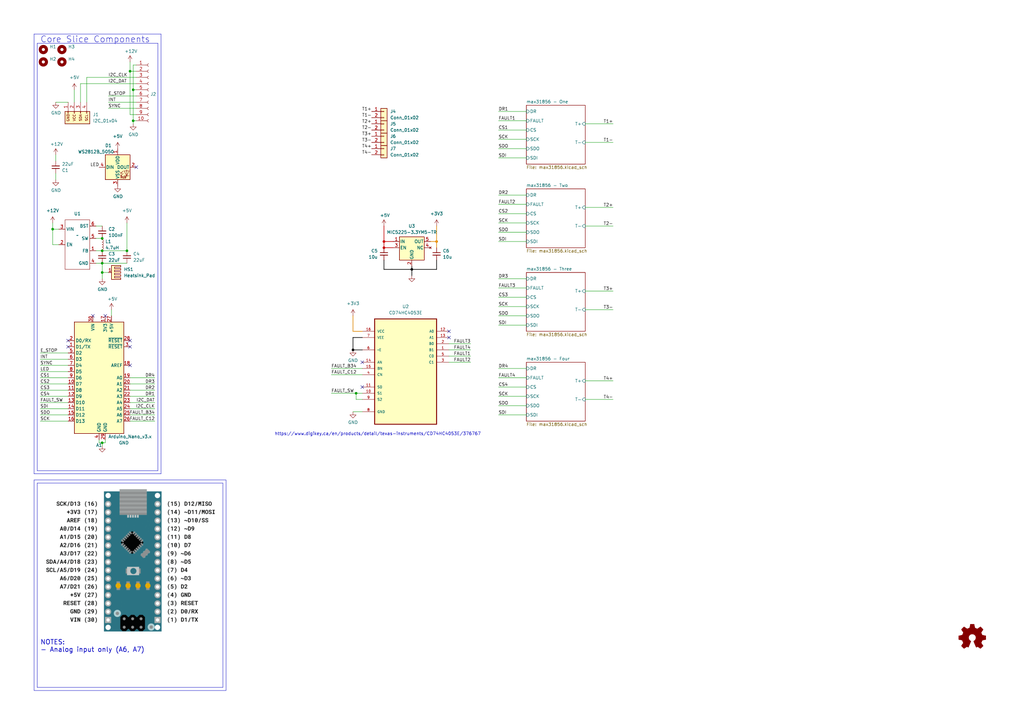
<source format=kicad_sch>
(kicad_sch (version 20231120) (generator "eeschema") (generator_version "8.0")
  (paper "A3")
  (lib_symbols
    (symbol "Connector:Conn_01x10_Female" (pin_names (offset 1.016) hide)
      (property "Reference" "J" (at 0 12.7 0))
      (property "Value" "Conn_01x10_Female" (at 0 -15.24 0))
      (symbol "Conn_01x10_Female_1_1"
        (arc (start 0 -12.192) (mid -0.5058 -12.7) (end 0 -13.208) (stroke (width 0.1524)))
        (arc (start 0 -9.652) (mid -0.5058 -10.16) (end 0 -10.668) (stroke (width 0.1524)))
        (arc (start 0 -7.112) (mid -0.5058 -7.62) (end 0 -8.128) (stroke (width 0.1524)))
        (arc (start 0 -4.572) (mid -0.5058 -5.08) (end 0 -5.588) (stroke (width 0.1524)))
        (arc (start 0 -2.032) (mid -0.5058 -2.54) (end 0 -3.048) (stroke (width 0.1524)))
        (polyline (pts (xy -1.27 -12.7) (xy -0.508 -12.7)) (stroke (width 0.1524)))
        (polyline (pts (xy -1.27 -10.16) (xy -0.508 -10.16)) (stroke (width 0.1524)))
        (polyline (pts (xy -1.27 -7.62) (xy -0.508 -7.62)) (stroke (width 0.1524)))
        (polyline (pts (xy -1.27 -5.08) (xy -0.508 -5.08)) (stroke (width 0.1524)))
        (polyline (pts (xy -1.27 -2.54) (xy -0.508 -2.54)) (stroke (width 0.1524)))
        (polyline (pts (xy -1.27 0) (xy -0.508 0)) (stroke (width 0.1524)))
        (polyline (pts (xy -1.27 2.54) (xy -0.508 2.54)) (stroke (width 0.1524)))
        (polyline (pts (xy -1.27 5.08) (xy -0.508 5.08)) (stroke (width 0.1524)))
        (polyline (pts (xy -1.27 7.62) (xy -0.508 7.62)) (stroke (width 0.1524)))
        (polyline (pts (xy -1.27 10.16) (xy -0.508 10.16)) (stroke (width 0.1524)))
        (arc (start 0 0.508) (mid -0.5058 0) (end 0 -0.508) (stroke (width 0.1524)))
        (arc (start 0 3.048) (mid -0.5058 2.54) (end 0 2.032) (stroke (width 0.1524)))
        (arc (start 0 5.588) (mid -0.5058 5.08) (end 0 4.572) (stroke (width 0.1524)))
        (arc (start 0 8.128) (mid -0.5058 7.62) (end 0 7.112) (stroke (width 0.1524)))
        (arc (start 0 10.668) (mid -0.5058 10.16) (end 0 9.652) (stroke (width 0.1524)))
        (pin passive line (at -5.08 10.16 0) (length 3.81) (name "Pin_1") (number "1"))
        (pin passive line (at -5.08 -12.7 0) (length 3.81) (name "Pin_10") (number "10"))
        (pin passive line (at -5.08 7.62 0) (length 3.81) (name "Pin_2") (number "2"))
        (pin passive line (at -5.08 5.08 0) (length 3.81) (name "Pin_3") (number "3"))
        (pin passive line (at -5.08 2.54 0) (length 3.81) (name "Pin_4") (number "4"))
        (pin passive line (at -5.08 0 0) (length 3.81) (name "Pin_5") (number "5"))
        (pin passive line (at -5.08 -2.54 0) (length 3.81) (name "Pin_6") (number "6"))
        (pin passive line (at -5.08 -5.08 0) (length 3.81) (name "Pin_7") (number "7"))
        (pin passive line (at -5.08 -7.62 0) (length 3.81) (name "Pin_8") (number "8"))
        (pin passive line (at -5.08 -10.16 0) (length 3.81) (name "Pin_9") (number "9"))
      )
    )
    (symbol "Connector_Generic:Conn_01x02" (pin_names (offset 1.016) hide)
      (property "Reference" "J" (at 0 2.54 0))
      (property "Value" "Conn_01x02" (at 0 -5.08 0))
      (symbol "Conn_01x02_1_1"
        (rectangle (start -1.27 -2.413) (end 0 -2.667) (stroke (width 0.1524)))
        (rectangle (start -1.27 0.127) (end 0 -0.127) (stroke (width 0.1524)))
        (rectangle (start -1.27 1.27) (end 1.27 -3.81) (stroke (width 0.254)) (fill (type background)))
        (pin passive line (at -5.08 0 0) (length 3.81) (name "Pin_1") (number "1"))
        (pin passive line (at -5.08 -2.54 0) (length 3.81) (name "Pin_2") (number "2"))
      )
    )
    (symbol "Device:C_Small" (pin_numbers hide) (pin_names (offset 0.254) hide)
      (property "Reference" "C" (at 0.254 1.778 0))
      (property "Value" "C_Small" (at 0.254 -2.032 0))
      (symbol "C_Small_0_1"
        (polyline (pts (xy -1.524 -0.508) (xy 1.524 -0.508)) (stroke (width 0.3302)))
        (polyline (pts (xy -1.524 0.508) (xy 1.524 0.508)) (stroke (width 0.3048)))
      )
      (symbol "C_Small_1_1"
        (pin passive line (at 0 2.54 270) (length 2.032) (name "~") (number "1"))
        (pin passive line (at 0 -2.54 90) (length 2.032) (name "~") (number "2"))
      )
    )
    (symbol "Device:L_Small" (pin_numbers hide) (pin_names (offset 0.254) hide)
      (property "Reference" "L" (at 0.762 1.016 0))
      (property "Value" "L_Small" (at 0.762 -1.016 0))
      (symbol "L_Small_0_1"
        (arc (start 0 -2.032) (mid 0.5058 -1.524) (end 0 -1.016))
        (arc (start 0 -1.016) (mid 0.5058 -0.508) (end 0 0))
        (arc (start 0 0) (mid 0.5058 0.508) (end 0 1.016))
        (arc (start 0 1.016) (mid 0.5058 1.524) (end 0 2.032))
      )
      (symbol "L_Small_1_1"
        (pin passive line (at 0 2.54 270) (length 0.508) (name "~") (number "1"))
        (pin passive line (at 0 -2.54 90) (length 0.508) (name "~") (number "2"))
      )
    )
    (symbol "Graphic:Logo_Open_Hardware_Small" (in_bom no) (on_board no)
      (symbol "Logo_Open_Hardware_Small_0_1"
        (polyline (pts (xy 3.3528 -4.3434) (xy 3.302 -4.318) (xy 3.175 -4.2418) (xy 2.9972 -4.1148) (xy 2.7686 -3.9624) (xy 2.54 -3.81) (xy 2.3622 -3.7084) (xy 2.2352 -3.6068) (xy 2.1844 -3.5814) (xy 2.159 -3.6068) (xy 2.0574 -3.6576) (xy 1.905 -3.7338) (xy 1.8034 -3.7846) (xy 1.6764 -3.8354) (xy 1.6002 -3.8354) (xy 1.6002 -3.8354) (xy 1.5494 -3.7338) (xy 1.4732 -3.5306) (xy 1.3462 -3.302) (xy 1.2446 -3.0226) (xy 1.1176 -2.7178) (xy 0.9652 -2.413) (xy 0.8636 -2.1082) (xy 0.7366 -1.8288) (xy 0.6604 -1.6256) (xy 0.6096 -1.4732) (xy 0.5842 -1.397) (xy 0.5842 -1.397) (xy 0.6604 -1.3208) (xy 0.7874 -1.2446) (xy 1.0414 -1.016) (xy 1.2954 -0.6858) (xy 1.4478 -0.3302) (xy 1.524 0.0762) (xy 1.4732 0.4572) (xy 1.3208 0.8128) (xy 1.0668 1.143) (xy 0.762 1.3716) (xy 0.4064 1.524) (xy 0 1.5748) (xy -0.381 1.5494) (xy -0.7366 1.397) (xy -1.0668 1.143) (xy -1.2192 0.9906) (xy -1.397 0.6604) (xy -1.524 0.3048) (xy -1.524 0.2286) (xy -1.4986 -0.1778) (xy -1.397 -0.5334) (xy -1.1938 -0.8636) (xy -0.9144 -1.143) (xy -0.8636 -1.1684) (xy -0.7366 -1.27) (xy -0.635 -1.3462) (xy -0.5842 -1.397) (xy -1.0668 -2.5908) (xy -1.143 -2.794) (xy -1.2954 -3.1242) (xy -1.397 -3.4036) (xy -1.4986 -3.6322) (xy -1.5748 -3.7846) (xy -1.6002 -3.8354) (xy -1.6002 -3.8354) (xy -1.651 -3.8354) (xy -1.7272 -3.81) (xy -1.905 -3.7338) (xy -2.0066 -3.683) (xy -2.1336 -3.6068) (xy -2.2098 -3.5814) (xy -2.2606 -3.6068) (xy -2.3622 -3.683) (xy -2.54 -3.81) (xy -2.7686 -3.9624) (xy -2.9718 -4.0894) (xy -3.1496 -4.2164) (xy -3.302 -4.318) (xy -3.3528 -4.3434) (xy -3.3782 -4.3434) (xy -3.429 -4.318) (xy -3.5306 -4.2164) (xy -3.7084 -4.064) (xy -3.937 -3.8354) (xy -3.9624 -3.81) (xy -4.1656 -3.6068) (xy -4.318 -3.4544) (xy -4.4196 -3.3274) (xy -4.445 -3.2766) (xy -4.445 -3.2766) (xy -4.4196 -3.2258) (xy -4.318 -3.0734) (xy -4.2164 -2.8956) (xy -4.064 -2.667) (xy -3.6576 -2.0828) (xy -3.8862 -1.5494) (xy -3.937 -1.3716) (xy -4.0386 -1.1684) (xy -4.0894 -1.0414) (xy -4.1148 -0.9652) (xy -4.191 -0.9398) (xy -4.318 -0.9144) (xy -4.5466 -0.8636) (xy -4.8006 -0.8128) (xy -5.0546 -0.7874) (xy -5.2578 -0.7366) (xy -5.4356 -0.7112) (xy -5.5118 -0.6858) (xy -5.5118 -0.6858) (xy -5.5372 -0.635) (xy -5.5372 -0.5588) (xy -5.5372 -0.4318) (xy -5.5626 -0.2286) (xy -5.5626 0.0762) (xy -5.5626 0.127) (xy -5.5372 0.4064) (xy -5.5372 0.635) (xy -5.5372 0.762) (xy -5.5372 0.8382) (xy -5.5372 0.8382) (xy -5.461 0.8382) (xy -5.3086 0.889) (xy -5.08 0.9144) (xy -4.826 0.9652) (xy -4.8006 0.9906) (xy -4.5466 1.0414) (xy -4.318 1.0668) (xy -4.1656 1.1176) (xy -4.0894 1.143) (xy -4.0894 1.143) (xy -4.0386 1.2446) (xy -3.9624 1.4224) (xy -3.8608 1.6256) (xy -3.7846 1.8288) (xy -3.7084 2.0066) (xy -3.6576 2.159) (xy -3.6322 2.2098) (xy -3.6322 2.2098) (xy -3.683 2.286) (xy -3.7592 2.413) (xy -3.8862 2.5908) (xy -4.064 2.8194) (xy -4.064 2.8448) (xy -4.2164 3.0734) (xy -4.3434 3.2512) (xy -4.4196 3.3782) (xy -4.445 3.4544) (xy -4.445 3.4544) (xy -4.3942 3.5052) (xy -4.2926 3.6322) (xy -4.1148 3.81) (xy -3.937 4.0132) (xy -3.8608 4.064) (xy -3.6576 4.2926) (xy -3.5052 4.4196) (xy -3.4036 4.4958) (xy -3.3528 4.5212) (xy -3.3528 4.5212) (xy -3.302 4.4704) (xy -3.1496 4.3688) (xy -2.9718 4.2418) (xy -2.7432 4.0894) (xy -2.7178 4.0894) (xy -2.4892 3.937) (xy -2.3114 3.81) (xy -2.1844 3.7084) (xy -2.1336 3.683) (xy -2.1082 3.683) (xy -2.032 3.7084) (xy -1.8542 3.7592) (xy -1.6764 3.8354) (xy -1.4732 3.937) (xy -1.27 4.0132) (xy -1.143 4.064) (xy -1.0668 4.1148) (xy -1.0668 4.1148) (xy -1.0414 4.191) (xy -1.016 4.3434) (xy -0.9652 4.572) (xy -0.9144 4.8514) (xy -0.889 4.9022) (xy -0.8382 5.1562) (xy -0.8128 5.3848) (xy -0.7874 5.5372) (xy -0.762 5.588) (xy -0.7112 5.6134) (xy -0.5842 5.6134) (xy -0.4064 5.6134) (xy -0.1524 5.6134) (xy 0.0762 5.6134) (xy 0.3302 5.6134) (xy 0.5334 5.6134) (xy 0.6858 5.588) (xy 0.7366 5.588) (xy 0.7366 5.588) (xy 0.762 5.5118) (xy 0.8128 5.334) (xy 0.8382 5.1054) (xy 0.9144 4.826) (xy 0.9144 4.7752) (xy 0.9652 4.5212) (xy 1.016 4.2926) (xy 1.0414 4.1402) (xy 1.0668 4.0894) (xy 1.0668 4.0894) (xy 1.1938 4.0386) (xy 1.3716 3.9624) (xy 1.5748 3.8608) (xy 2.0828 3.6576) (xy 2.7178 4.0894) (xy 2.7686 4.1402) (xy 2.9972 4.2926) (xy 3.175 4.4196) (xy 3.302 4.4958) (xy 3.3782 4.5212) (xy 3.3782 4.5212) (xy 3.429 4.4704) (xy 3.556 4.3434) (xy 3.7338 4.191) (xy 3.9116 3.9878) (xy 4.064 3.8354) (xy 4.2418 3.6576) (xy 4.3434 3.556) (xy 4.4196 3.4798) (xy 4.4196 3.429) (xy 4.4196 3.4036) (xy 4.3942 3.3274) (xy 4.2926 3.2004) (xy 4.1656 2.9972) (xy 4.0132 2.794) (xy 3.8862 2.5908) (xy 3.7592 2.3876) (xy 3.6576 2.2352) (xy 3.6322 2.159) (xy 3.6322 2.1336) (xy 3.683 2.0066) (xy 3.7592 1.8288) (xy 3.8608 1.6002) (xy 4.064 1.1176) (xy 4.3942 1.0414) (xy 4.5974 1.016) (xy 4.8768 0.9652) (xy 5.1308 0.9144) (xy 5.5372 0.8382) (xy 5.5626 -0.6604) (xy 5.4864 -0.6858) (xy 5.4356 -0.6858) (xy 5.2832 -0.7366) (xy 5.0546 -0.762) (xy 4.8006 -0.8128) (xy 4.5974 -0.8636) (xy 4.3688 -0.9144) (xy 4.2164 -0.9398) (xy 4.1402 -0.9398) (xy 4.1148 -0.9652) (xy 4.064 -1.0668) (xy 3.9878 -1.2446) (xy 3.9116 -1.4478) (xy 3.81 -1.651) (xy 3.7338 -1.8542) (xy 3.683 -2.0066) (xy 3.6576 -2.0828) (xy 3.683 -2.1336) (xy 3.7846 -2.2606) (xy 3.8862 -2.4638) (xy 4.0386 -2.667) (xy 4.191 -2.8956) (xy 4.318 -3.0734) (xy 4.3942 -3.2004) (xy 4.445 -3.2766) (xy 4.4196 -3.3274) (xy 4.3434 -3.429) (xy 4.1656 -3.5814) (xy 3.937 -3.8354) (xy 3.8862 -3.8608) (xy 3.683 -4.064) (xy 3.5306 -4.2164) (xy 3.4036 -4.318) (xy 3.3528 -4.3434)) (fill (type outline)))
      )
    )
    (symbol "MCU_Module:Arduino_Nano_v3.x"
      (property "Reference" "A" (at -10.16 23.495 0))
      (property "Value" "Arduino_Nano_v3.x" (at 5.08 -24.13 0))
      (symbol "Arduino_Nano_v3.x_0_1"
        (rectangle (start -10.16 22.86) (end 10.16 -22.86) (stroke (width 0.254)) (fill (type background)))
      )
      (symbol "Arduino_Nano_v3.x_1_1"
        (pin bidirectional line (at -12.7 12.7 0) (length 2.54) (name "D1/TX") (number "1"))
        (pin bidirectional line (at -12.7 -2.54 0) (length 2.54) (name "D7") (number "10"))
        (pin bidirectional line (at -12.7 -5.08 0) (length 2.54) (name "D8") (number "11"))
        (pin bidirectional line (at -12.7 -7.62 0) (length 2.54) (name "D9") (number "12"))
        (pin bidirectional line (at -12.7 -10.16 0) (length 2.54) (name "D10") (number "13"))
        (pin bidirectional line (at -12.7 -12.7 0) (length 2.54) (name "D11") (number "14"))
        (pin bidirectional line (at -12.7 -15.24 0) (length 2.54) (name "D12") (number "15"))
        (pin bidirectional line (at -12.7 -17.78 0) (length 2.54) (name "D13") (number "16"))
        (pin power_out line (at 2.54 25.4 270) (length 2.54) (name "3V3") (number "17"))
        (pin input line (at 12.7 5.08 180) (length 2.54) (name "AREF") (number "18"))
        (pin bidirectional line (at 12.7 0 180) (length 2.54) (name "A0") (number "19"))
        (pin bidirectional line (at -12.7 15.24 0) (length 2.54) (name "D0/RX") (number "2"))
        (pin bidirectional line (at 12.7 -2.54 180) (length 2.54) (name "A1") (number "20"))
        (pin bidirectional line (at 12.7 -5.08 180) (length 2.54) (name "A2") (number "21"))
        (pin bidirectional line (at 12.7 -7.62 180) (length 2.54) (name "A3") (number "22"))
        (pin bidirectional line (at 12.7 -10.16 180) (length 2.54) (name "A4") (number "23"))
        (pin bidirectional line (at 12.7 -12.7 180) (length 2.54) (name "A5") (number "24"))
        (pin bidirectional line (at 12.7 -15.24 180) (length 2.54) (name "A6") (number "25"))
        (pin bidirectional line (at 12.7 -17.78 180) (length 2.54) (name "A7") (number "26"))
        (pin power_out line (at 5.08 25.4 270) (length 2.54) (name "+5V") (number "27"))
        (pin input line (at 12.7 15.24 180) (length 2.54) (name "~{RESET}") (number "28"))
        (pin power_in line (at 2.54 -25.4 90) (length 2.54) (name "GND") (number "29"))
        (pin input line (at 12.7 12.7 180) (length 2.54) (name "~{RESET}") (number "3"))
        (pin power_in line (at -2.54 25.4 270) (length 2.54) (name "VIN") (number "30"))
        (pin power_in line (at 0 -25.4 90) (length 2.54) (name "GND") (number "4"))
        (pin bidirectional line (at -12.7 10.16 0) (length 2.54) (name "D2") (number "5"))
        (pin bidirectional line (at -12.7 7.62 0) (length 2.54) (name "D3") (number "6"))
        (pin bidirectional line (at -12.7 5.08 0) (length 2.54) (name "D4") (number "7"))
        (pin bidirectional line (at -12.7 2.54 0) (length 2.54) (name "D5") (number "8"))
        (pin bidirectional line (at -12.7 0 0) (length 2.54) (name "D6") (number "9"))
      )
    )
    (symbol "Mechanical:Heatsink_Pad" (pin_names (offset 0))
      (property "Reference" "HS" (at 0 5.715 0))
      (property "Value" "Heatsink_Pad" (at 0 3.81 0))
      (symbol "Heatsink_Pad_0_1"
        (polyline (pts (xy -0.3302 0) (xy -0.9652 0) (xy -0.9652 2.54) (xy -1.6002 2.54) (xy -1.6002 0) (xy -2.2352 0) (xy -2.2352 2.54) (xy -2.8702 2.54) (xy -2.8702 -1.27) (xy -0.9652 -1.27)) (stroke (width 0.254)) (fill (type background)))
        (polyline (pts (xy -0.3302 0) (xy -0.3302 2.54) (xy 0.3048 2.54) (xy 0.3048 0) (xy 0.9398 0) (xy 0.9398 2.54) (xy 1.5748 2.54) (xy 1.5748 0) (xy 2.2098 0) (xy 2.2098 2.54) (xy 2.8448 2.54) (xy 2.8448 -1.27) (xy -0.9652 -1.27)) (stroke (width 0.254)) (fill (type background)))
      )
      (symbol "Heatsink_Pad_1_1"
        (pin passive line (at 0 -2.54 90) (length 1.27) (name "~") (number "1"))
      )
    )
    (symbol "Mechanical:MountingHole" (pin_names (offset 1.016))
      (property "Reference" "H" (at 0 5.08 0))
      (property "Value" "MountingHole" (at 0 3.175 0))
      (symbol "MountingHole_0_1"
        (circle (center 0 0) (radius 1.27) (stroke (width 1.27)))
      )
    )
    (symbol "Regulator_Linear:MIC5219-3.3YM5" (pin_names (offset 0.254))
      (property "Reference" "U10" (at 0 8.89 0))
      (property "Value" "MIC5225-3.3YM5-TR" (at 0 6.35 0))
      (symbol "MIC5219-3.3YM5_0_1"
        (rectangle (start -5.08 4.445) (end 5.08 -5.08) (stroke (width 0.254)) (fill (type background)))
      )
      (symbol "MIC5219-3.3YM5_1_1"
        (pin power_in line (at -7.62 2.54 0) (length 2.54) (name "IN") (number "1"))
        (pin power_in line (at 0 -7.62 90) (length 2.54) (name "GND") (number "2"))
        (pin input line (at -7.62 0 0) (length 2.54) (name "EN") (number "3"))
        (pin no_connect line (at 7.62 0 180) (length 2.54) (name "NC") (number "4"))
        (pin power_out line (at 7.62 2.54 180) (length 2.54) (name "OUT") (number "5"))
      )
    )
    (symbol "SparkFun-Connector:I2C_01x04" (pin_names (offset 1.016) hide)
      (property "Reference" "J" (at 0 5.08 0))
      (property "Value" "I2C_01x04" (at 0 -7.62 0))
      (symbol "I2C_01x04_1_1"
        (rectangle (start -1.27 -4.953) (end -0.508 -5.207) (stroke (width 0.1524)))
        (rectangle (start -1.27 -2.413) (end -0.508 -2.667) (stroke (width 0.1524)))
        (rectangle (start -1.27 0.127) (end -0.508 -0.127) (stroke (width 0.1524)))
        (rectangle (start -1.27 2.667) (end -0.508 2.413) (stroke (width 0.1524)))
        (rectangle (start -1.27 3.81) (end 3.81 -6.35) (stroke (width 0.254)) (fill (type background)))
        (text "GND" (at 1.27 -5.08 0) (effects (font (size 1 1))))
        (text "SCL" (at 1.27 2.54 0) (effects (font (size 1 1))))
        (text "SDA" (at 1.27 0 0) (effects (font (size 1 1))))
        (text "VCC" (at 1.27 -2.54 0) (effects (font (size 1 1))))
        (pin passive line (at -5.08 -5.08 0) (length 3.81) (name "Pin_1") (number "1"))
        (pin passive line (at -5.08 -2.54 0) (length 3.81) (name "Pin_2") (number "2"))
        (pin passive line (at -5.08 0 0) (length 3.81) (name "Pin_3") (number "3"))
        (pin passive line (at -5.08 2.54 0) (length 3.81) (name "Pin_4") (number "4"))
      )
    )
    (symbol "SparkFun-DiscreteSemi:AP63205"
      (property "Reference" "U" (at 0 7.62 0))
      (symbol "AP63205_0_1"
        (rectangle (start -5.08 6.35) (end 5.08 -13.97))
      )
      (symbol "AP63205_1_1"
        (pin input line (at 7.62 -6.35 180) (length 2.54) (name "FB") (number "1"))
        (pin input line (at -7.62 -3.81 0) (length 2.54) (name "EN") (number "2"))
        (pin input line (at -7.62 2.54 0) (length 2.54) (name "VIN") (number "3"))
        (pin input line (at 7.62 -11.43 180) (length 2.54) (name "GND") (number "4"))
        (pin input line (at 7.62 -1.27 180) (length 2.54) (name "SW") (number "5"))
        (pin input line (at 7.62 3.81 180) (length 2.54) (name "BST") (number "6"))
      )
    )
    (symbol "SparkFun-LED:WS2812B_5050" (pin_names (offset 0.254))
      (property "Reference" "D" (at 5.08 5.715 0))
      (property "Value" "WS2812B_5050" (at 1.27 -5.715 0))
      (symbol "WS2812B_5050_0_0"
        (text "RGB" (at 2.286 -4.191 0) (effects (font (size 0.762 0.762))))
      )
      (symbol "WS2812B_5050_0_1"
        (polyline (pts (xy 1.27 -3.556) (xy 1.778 -3.556)))
        (polyline (pts (xy 1.27 -2.54) (xy 1.778 -2.54)))
        (polyline (pts (xy 4.699 -3.556) (xy 2.667 -3.556)))
        (polyline (pts (xy 2.286 -2.54) (xy 1.27 -3.556) (xy 1.27 -3.048)))
        (polyline (pts (xy 2.286 -1.524) (xy 1.27 -2.54) (xy 1.27 -2.032)))
        (polyline (pts (xy 3.683 -1.016) (xy 3.683 -3.556) (xy 3.683 -4.064)))
        (polyline (pts (xy 4.699 -1.524) (xy 2.667 -1.524) (xy 3.683 -3.556) (xy 4.699 -1.524)))
        (rectangle (start 5.08 5.08) (end -5.08 -5.08) (stroke (width 0.254)) (fill (type background)))
      )
      (symbol "WS2812B_5050_1_1"
        (pin power_in line (at 0 7.62 270) (length 2.54) (name "VDD") (number "1"))
        (pin output line (at 7.62 0 180) (length 2.54) (name "DOUT") (number "2"))
        (pin power_in line (at 0 -7.62 90) (length 2.54) (name "VSS") (number "3"))
        (pin input line (at -7.62 0 0) (length 2.54) (name "DIN") (number "4"))
      )
    )
    (symbol "kml-custom:CD74HC4053E" (pin_names (offset 1.016))
      (property "Reference" "U" (at -5.6216 19.8409 0))
      (property "Value" "CD74HC4053E" (at -3.9677 -28.639 0))
      (symbol "CD74HC4053E_0_0"
        (rectangle (start -12.7 -25.4) (end 12.7 17.78) (stroke (width 0.4064)) (fill (type background)))
        (pin bidirectional line (at 17.78 5.08 180) (length 5.08) (name "B1") (number "1"))
        (pin input line (at -17.78 -12.7 0) (length 5.08) (name "S1") (number "10"))
        (pin input line (at -17.78 -10.16 0) (length 5.08) (name "S0") (number "11"))
        (pin bidirectional line (at 17.78 12.7 180) (length 5.08) (name "A0") (number "12"))
        (pin bidirectional line (at 17.78 10.16 180) (length 5.08) (name "A1") (number "13"))
        (pin bidirectional line (at -17.78 0 0) (length 5.08) (name "AN") (number "14"))
        (pin bidirectional line (at -17.78 -2.54 0) (length 5.08) (name "BN") (number "15"))
        (pin power_in line (at -17.78 12.7 0) (length 5.08) (name "VCC") (number "16"))
        (pin bidirectional line (at 17.78 7.62 180) (length 5.08) (name "B0") (number "2"))
        (pin bidirectional line (at 17.78 0 180) (length 5.08) (name "C1") (number "3"))
        (pin passive line (at -17.78 -5.08 0) (length 5.08) (name "CN") (number "4"))
        (pin bidirectional line (at 17.78 2.54 180) (length 5.08) (name "C0") (number "5"))
        (pin input line (at -17.78 5.08 0) (length 5.08) (name "~E") (number "6"))
        (pin power_in line (at -17.78 10.16 0) (length 5.08) (name "VEE") (number "7"))
        (pin passive line (at -17.78 -20.32 0) (length 5.08) (name "GND") (number "8"))
        (pin input line (at -17.78 -15.24 0) (length 5.08) (name "S2") (number "9"))
      )
    )
    (symbol "power:+12V" (power) (pin_names (offset 0))
      (property "Value" "+12V" (at 0 3.556 0))
      (symbol "+12V_0_1"
        (polyline (pts (xy -0.762 1.27) (xy 0 2.54)))
        (polyline (pts (xy 0 0) (xy 0 2.54)))
        (polyline (pts (xy 0 2.54) (xy 0.762 1.27)))
      )
      (symbol "+12V_1_1"
        (pin power_in line (at 0 0 90) (length 0) hide (name "+12V") (number "1"))
      )
    )
    (symbol "power:+3V3" (power) (pin_names (offset 0))
      (property "Value" "+3V3" (at 0 3.556 0))
      (symbol "+3V3_0_1"
        (polyline (pts (xy -0.762 1.27) (xy 0 2.54)))
        (polyline (pts (xy 0 0) (xy 0 2.54)))
        (polyline (pts (xy 0 2.54) (xy 0.762 1.27)))
      )
      (symbol "+3V3_1_1"
        (pin power_in line (at 0 0 90) (length 0) hide (name "+3V3") (number "1"))
      )
    )
    (symbol "power:+5V" (power) (pin_names (offset 0))
      (property "Value" "+5V" (at 0 3.556 0))
      (symbol "+5V_0_1"
        (polyline (pts (xy -0.762 1.27) (xy 0 2.54)))
        (polyline (pts (xy 0 0) (xy 0 2.54)))
        (polyline (pts (xy 0 2.54) (xy 0.762 1.27)))
      )
      (symbol "+5V_1_1"
        (pin power_in line (at 0 0 90) (length 0) hide (name "+5V") (number "1"))
      )
    )
    (symbol "power:GND" (power) (pin_names (offset 0))
      (property "Value" "GND" (at 0 -3.81 0))
      (symbol "GND_0_1"
        (polyline (pts (xy 0 0) (xy 0 -1.27) (xy 1.27 -1.27) (xy 0 -2.54) (xy -1.27 -1.27) (xy 0 -1.27)))
      )
      (symbol "GND_1_1"
        (pin power_in line (at 0 0 270) (length 0) hide (name "GND") (number "1"))
      )
    )
  )
  (junction (at 54.61 49.53))
  (junction (at 41.91 107.95))
  (junction (at 179.07 99.06) (color 221 133 0 1))
  (junction (at 146.05 161.29))
  (junction (at 41.91 111.76))
  (junction (at 41.91 102.87))
  (junction (at 53.34 29.21))
  (junction (at 168.91 110.49) (color 0 0 0 1))
  (junction (at 41.91 181.61))
  (junction (at 54.61 36.83))
  (junction (at 52.07 102.87))
  (junction (at 144.78 143.51) (color 0 0 0 1))
  (junction (at 157.48 101.6) (color 194 0 0 1))
  (junction (at 41.91 97.79))
  (junction (at 21.59 93.98))
  (junction (at 157.48 99.06) (color 194 0 0 1))
  (no_connect (at 53.34 149.86))
  (no_connect (at 27.94 142.24))
  (no_connect (at 148.59 158.75))
  (no_connect (at 27.94 139.7))
  (no_connect (at 38.1 129.54))
  (no_connect (at 184.15 135.89))
  (no_connect (at 43.18 129.54))
  (no_connect (at 148.59 148.59))
  (no_connect (at 53.34 139.7))
  (no_connect (at 53.34 142.24))
  (no_connect (at 55.88 68.58))
  (no_connect (at 184.15 138.43))
  (polyline (pts (xy 66.04 194.31) (xy 66.04 13.97)))
  (wire (pts (xy 157.48 106.68) (xy 157.48 110.49)) (stroke (width 0.254) (color 0 0 0 1)))
  (wire (pts (xy 157.48 101.6) (xy 161.29 101.6)) (stroke (width 0.254) (color 194 0 0 1)))
  (wire (pts (xy 16.51 165.1) (xy 27.94 165.1)))
  (wire (pts (xy 215.9 83.82) (xy 204.47 83.82)))
  (wire (pts (xy 43.18 181.61) (xy 43.18 180.34)))
  (wire (pts (xy 215.9 170.18) (xy 204.47 170.18)))
  (wire (pts (xy 144.78 135.89) (xy 148.59 135.89)) (stroke (width 0.254) (color 221 133 0 1)))
  (wire (pts (xy 215.9 87.63) (xy 204.47 87.63)))
  (wire (pts (xy 251.46 58.42) (xy 240.03 58.42)))
  (wire (pts (xy 157.48 110.49) (xy 168.91 110.49)) (stroke (width 0.254) (color 0 0 0 1)))
  (polyline (pts (xy 66.04 13.97) (xy 13.97 13.97)))
  (wire (pts (xy 22.86 71.12) (xy 22.86 73.66)))
  (wire (pts (xy 16.51 162.56) (xy 27.94 162.56)))
  (wire (pts (xy 41.91 181.61) (xy 43.18 181.61)))
  (wire (pts (xy 179.07 92.71) (xy 179.07 99.06)) (stroke (width 0.254) (color 221 133 0 1)))
  (wire (pts (xy 21.59 100.33) (xy 21.59 93.98)))
  (wire (pts (xy 44.45 41.91) (xy 55.88 41.91)))
  (wire (pts (xy 53.34 172.72) (xy 63.5 172.72)))
  (polyline (pts (xy 13.97 13.97) (xy 13.97 194.31)))
  (wire (pts (xy 53.34 29.21) (xy 55.88 29.21)))
  (wire (pts (xy 215.9 95.25) (xy 204.47 95.25)))
  (wire (pts (xy 184.15 148.59) (xy 193.04 148.59)))
  (wire (pts (xy 168.91 113.03) (xy 168.91 110.49)) (stroke (width 0.254) (color 0 0 0 1)))
  (wire (pts (xy 135.89 161.29) (xy 146.05 161.29)))
  (wire (pts (xy 148.59 138.43) (xy 144.78 138.43)) (stroke (width 0.254) (color 0 0 0 1)))
  (wire (pts (xy 39.37 92.71) (xy 41.91 92.71)))
  (wire (pts (xy 215.9 57.15) (xy 204.47 57.15)))
  (wire (pts (xy 215.9 125.73) (xy 204.47 125.73)))
  (wire (pts (xy 53.34 170.18) (xy 63.5 170.18)))
  (wire (pts (xy 179.07 106.68) (xy 179.07 110.49)) (stroke (width 0.254) (color 0 0 0 1)))
  (wire (pts (xy 215.9 53.34) (xy 204.47 53.34)))
  (wire (pts (xy 157.48 99.06) (xy 161.29 99.06)) (stroke (width 0.254) (color 194 0 0 1)))
  (polyline (pts (xy 13.97 194.31) (xy 66.04 194.31)))
  (wire (pts (xy 215.9 133.35) (xy 204.47 133.35)))
  (wire (pts (xy 53.34 160.02) (xy 63.5 160.02)))
  (wire (pts (xy 53.34 25.4) (xy 53.34 29.21)))
  (wire (pts (xy 22.86 41.91) (xy 27.94 41.91)))
  (wire (pts (xy 135.89 153.67) (xy 148.59 153.67)))
  (wire (pts (xy 54.61 49.53) (xy 54.61 36.83)))
  (wire (pts (xy 215.9 80.01) (xy 204.47 80.01)))
  (wire (pts (xy 55.88 39.37) (xy 44.45 39.37)))
  (polyline (pts (xy 64.77 17.78) (xy 15.24 17.78)))
  (wire (pts (xy 215.9 158.75) (xy 204.47 158.75)))
  (wire (pts (xy 215.9 60.96) (xy 204.47 60.96)))
  (wire (pts (xy 179.07 110.49) (xy 168.91 110.49)) (stroke (width 0.254) (color 0 0 0 1)))
  (wire (pts (xy 184.15 143.51) (xy 193.04 143.51)))
  (wire (pts (xy 215.9 45.72) (xy 204.47 45.72)))
  (wire (pts (xy 16.51 167.64) (xy 27.94 167.64)))
  (wire (pts (xy 55.88 46.99) (xy 53.34 46.99)))
  (wire (pts (xy 44.45 44.45) (xy 55.88 44.45)))
  (wire (pts (xy 251.46 92.71) (xy 240.03 92.71)))
  (wire (pts (xy 144.78 168.91) (xy 148.59 168.91)))
  (wire (pts (xy 168.91 110.49) (xy 168.91 109.22)) (stroke (width 0.254) (color 0 0 0 1)))
  (wire (pts (xy 215.9 118.11) (xy 204.47 118.11)))
  (wire (pts (xy 35.56 31.75) (xy 55.88 31.75)))
  (wire (pts (xy 16.51 172.72) (xy 27.94 172.72)))
  (wire (pts (xy 16.51 149.86) (xy 27.94 149.86)))
  (wire (pts (xy 39.37 97.79) (xy 41.91 97.79)))
  (wire (pts (xy 63.5 157.48) (xy 53.34 157.48)))
  (wire (pts (xy 179.07 99.06) (xy 176.53 99.06)) (stroke (width 0.254) (color 221 133 0 1)))
  (wire (pts (xy 33.02 34.29) (xy 55.88 34.29)))
  (wire (pts (xy 144.78 129.54) (xy 144.78 135.89)) (stroke (width 0.254) (color 221 133 0 1)))
  (wire (pts (xy 53.34 162.56) (xy 63.5 162.56)))
  (wire (pts (xy 52.07 102.87) (xy 52.07 91.44)))
  (wire (pts (xy 144.78 143.51) (xy 148.59 143.51)) (stroke (width 0.254) (color 0 0 0 1)))
  (wire (pts (xy 146.05 161.29) (xy 148.59 161.29)))
  (wire (pts (xy 45.72 127) (xy 45.72 129.54)))
  (wire (pts (xy 40.64 180.34) (xy 40.64 181.61)))
  (wire (pts (xy 39.37 107.95) (xy 41.91 107.95)))
  (wire (pts (xy 251.46 127) (xy 240.03 127)))
  (wire (pts (xy 251.46 50.8) (xy 240.03 50.8)))
  (wire (pts (xy 144.78 138.43) (xy 144.78 143.51)) (stroke (width 0.254) (color 0 0 0 1)))
  (wire (pts (xy 21.59 100.33) (xy 24.13 100.33)))
  (wire (pts (xy 63.5 154.94) (xy 53.34 154.94)))
  (wire (pts (xy 157.48 99.06) (xy 157.48 101.6)) (stroke (width 0.254) (color 194 0 0 1)))
  (wire (pts (xy 16.51 160.02) (xy 27.94 160.02)))
  (wire (pts (xy 41.91 107.95) (xy 52.07 107.95)))
  (wire (pts (xy 215.9 129.54) (xy 204.47 129.54)))
  (wire (pts (xy 179.07 101.6) (xy 179.07 99.06)) (stroke (width 0.254) (color 221 133 0 1)))
  (polyline (pts (xy 64.77 193.04) (xy 64.77 17.78)))
  (wire (pts (xy 54.61 26.67) (xy 55.88 26.67)))
  (wire (pts (xy 22.86 63.5) (xy 22.86 66.04)))
  (wire (pts (xy 44.45 111.76) (xy 41.91 111.76)))
  (wire (pts (xy 215.9 99.06) (xy 204.47 99.06)))
  (wire (pts (xy 184.15 146.05) (xy 193.04 146.05)))
  (wire (pts (xy 135.89 151.13) (xy 148.59 151.13)))
  (wire (pts (xy 215.9 121.92) (xy 204.47 121.92)))
  (wire (pts (xy 215.9 91.44) (xy 204.47 91.44)))
  (polyline (pts (xy 15.24 193.04) (xy 64.77 193.04)))
  (wire (pts (xy 55.88 36.83) (xy 54.61 36.83)))
  (wire (pts (xy 16.51 152.4) (xy 27.94 152.4)))
  (wire (pts (xy 40.64 181.61) (xy 41.91 181.61)))
  (wire (pts (xy 41.91 102.87) (xy 52.07 102.87)))
  (wire (pts (xy 157.48 92.71) (xy 157.48 99.06)) (stroke (width 0.254) (color 194 0 0 1)))
  (wire (pts (xy 41.91 181.61) (xy 41.91 182.88)))
  (wire (pts (xy 27.94 144.78) (xy 16.51 144.78)))
  (wire (pts (xy 215.9 166.37) (xy 204.47 166.37)))
  (wire (pts (xy 215.9 151.13) (xy 204.47 151.13)))
  (wire (pts (xy 251.46 163.83) (xy 240.03 163.83)))
  (wire (pts (xy 53.34 46.99) (xy 53.34 29.21)))
  (wire (pts (xy 146.05 163.83) (xy 146.05 161.29)))
  (wire (pts (xy 54.61 50.8) (xy 54.61 49.53)))
  (wire (pts (xy 251.46 85.09) (xy 240.03 85.09)))
  (wire (pts (xy 148.59 163.83) (xy 146.05 163.83)))
  (wire (pts (xy 16.51 147.32) (xy 27.94 147.32)))
  (wire (pts (xy 53.34 167.64) (xy 63.5 167.64)))
  (wire (pts (xy 184.15 140.97) (xy 193.04 140.97)))
  (wire (pts (xy 16.51 154.94) (xy 27.94 154.94)))
  (wire (pts (xy 251.46 156.21) (xy 240.03 156.21)))
  (wire (pts (xy 16.51 170.18) (xy 27.94 170.18)))
  (wire (pts (xy 39.37 102.87) (xy 41.91 102.87)))
  (wire (pts (xy 54.61 36.83) (xy 54.61 26.67)))
  (wire (pts (xy 215.9 162.56) (xy 204.47 162.56)))
  (wire (pts (xy 215.9 64.77) (xy 204.47 64.77)))
  (wire (pts (xy 63.5 165.1) (xy 53.34 165.1)))
  (wire (pts (xy 33.02 41.91) (xy 33.02 34.29)))
  (wire (pts (xy 16.51 157.48) (xy 27.94 157.48)))
  (wire (pts (xy 55.88 49.53) (xy 54.61 49.53)))
  (wire (pts (xy 35.56 41.91) (xy 35.56 31.75)))
  (wire (pts (xy 215.9 49.53) (xy 204.47 49.53)))
  (wire (pts (xy 215.9 154.94) (xy 204.47 154.94)))
  (wire (pts (xy 41.91 111.76) (xy 41.91 107.95)))
  (wire (pts (xy 251.46 119.38) (xy 240.03 119.38)))
  (wire (pts (xy 21.59 93.98) (xy 24.13 93.98)))
  (wire (pts (xy 41.91 114.3) (xy 41.91 111.76)))
  (wire (pts (xy 30.48 36.83) (xy 30.48 41.91)))
  (wire (pts (xy 21.59 91.44) (xy 21.59 93.98)))
  (polyline (pts (xy 15.24 17.78) (xy 15.24 193.04)))
  (wire (pts (xy 215.9 114.3) (xy 204.47 114.3)))
  (rectangle (start 13.97 196.85) (end 92.71 283.21))
  (rectangle (start 15.24 198.12) (end 91.44 281.94))
  (image (at 53.34 229.87) (scale 0.309321))
  (text "NOTES:\n- Analog input only (A6, A7)" (at 16.51 267.716 0) (effects (font (size 1.905 1.905) (thickness 0.2381)) (justify left bottom)))
  (text "Core Slice Components" (at 16.51 17.78 0) (effects (font (size 2.54 2.54)) (justify left bottom)))
  (text "https://www.digikey.ca/en/products/detail/texas-instruments/CD74HC4053E/376767" (at 154.94 178.054 0) (effects (font (size 1.27 1.27))))
  (label "LED" (at 40.64 68.58 180))
  (label "LED" (at 16.51 152.4 0))
  (label "FAULT2" (at 193.04 148.59 180))
  (label "SCK" (at 204.47 57.15 0))
  (label "FAULT_SW" (at 16.51 165.1 0))
  (label "DR1" (at 63.5 162.56 180))
  (label "I2C_CLK" (at 44.45 31.75 0))
  (label "I2C_DAT" (at 44.45 34.29 0))
  (label "CS4" (at 204.47 158.75 0))
  (label "E_STOP" (at 16.51 144.78 0))
  (label "E_STOP" (at 44.45 39.37 0))
  (label "DR4" (at 63.5 154.94 180))
  (label "SDI" (at 204.47 170.18 0))
  (label "T1-" (at 152.4 48.26 180))
  (label "SDO" (at 204.47 166.37 0))
  (label "FAULT1" (at 193.04 146.05 180))
  (label "T3+" (at 152.4 55.88 180))
  (label "SCK" (at 204.47 125.73 0))
  (label "SCK" (at 204.47 91.44 0))
  (label "T4+" (at 251.46 156.21 180))
  (label "T2-" (at 251.46 92.71 180))
  (label "INT" (at 16.51 147.32 0))
  (label "CS1" (at 16.51 154.94 0))
  (label "CS2" (at 204.47 87.63 0))
  (label "CS4" (at 16.51 162.56 0))
  (label "FAULT_C12" (at 63.5 172.72 180))
  (label "CS1" (at 204.47 53.34 0))
  (label "DR1" (at 204.47 45.72 0))
  (label "DR2" (at 204.47 80.01 0))
  (label "DR2" (at 63.5 160.02 180))
  (label "SDI" (at 16.51 167.64 0))
  (label "FAULT1" (at 204.47 49.53 0))
  (label "T1-" (at 251.46 58.42 180))
  (label "T2+" (at 251.46 85.09 180))
  (label "T4-" (at 152.4 63.5 180))
  (label "SYNC" (at 16.51 149.86 0))
  (label "CS3" (at 16.51 160.02 0))
  (label "SDI" (at 204.47 99.06 0))
  (label "FAULT_SW" (at 135.89 161.29 0))
  (label "T1+" (at 152.4 45.72 180))
  (label "SDO" (at 204.47 60.96 0))
  (label "FAULT2" (at 204.47 83.82 0))
  (label "SDO" (at 204.47 129.54 0))
  (label "FAULT3" (at 193.04 140.97 180))
  (label "FAULT3" (at 204.47 118.11 0))
  (label "T4-" (at 251.46 163.83 180))
  (label "DR3" (at 204.47 114.3 0))
  (label "SYNC" (at 44.45 44.45 0))
  (label "FAULT_B34" (at 63.5 170.18 180))
  (label "T3-" (at 152.4 58.42 180))
  (label "SDI" (at 204.47 133.35 0))
  (label "T4+" (at 152.4 60.96 180))
  (label "FAULT4" (at 204.47 154.94 0))
  (label "DR3" (at 63.5 157.48 180))
  (label "I2C_DAT" (at 63.5 165.1 180))
  (label "SCK" (at 204.47 162.56 0))
  (label "T2-" (at 152.4 53.34 180))
  (label "INT" (at 44.45 41.91 0))
  (label "CS3" (at 204.47 121.92 0))
  (label "FAULT_B34" (at 135.89 151.13 0))
  (label "SCK" (at 16.51 172.72 0))
  (label "T3-" (at 251.46 127 180))
  (label "SDI" (at 204.47 64.77 0))
  (label "I2C_CLK" (at 63.5 167.64 180))
  (label "T2+" (at 152.4 50.8 180))
  (label "SDO" (at 204.47 95.25 0))
  (label "SDO" (at 16.51 170.18 0))
  (label "T3+" (at 251.46 119.38 180))
  (label "DR4" (at 204.47 151.13 0))
  (label "CS2" (at 16.51 157.48 0))
  (label "FAULT_C12" (at 135.89 153.67 0))
  (label "T1+" (at 251.46 50.8 180))
  (label "FAULT4" (at 193.04 143.51 180))
  (symbol (lib_id "power:GND") (at 41.91 182.88 0) (unit 1)
    (property "Reference" "#PWR07" (effects (hide yes)))
    (property "Value" "GND" (at 50.8 181.61 0))
  )
  (symbol (lib_id "power:+5V") (at 45.72 127 0) (unit 1)
    (property "Reference" "#PWR08" (effects (hide yes)))
    (property "Value" "+5V" (at 46.101 122.6058 0))
  )
  (symbol (lib_id "power:GND") (at 22.86 73.66 0) (unit 1)
    (property "Reference" "#PWR04" (effects (hide yes)))
    (property "Value" "GND" (at 22.987 78.0542 0))
  )
  (symbol (lib_id "Mechanical:MountingHole") (at 17.78 20.32 0) (unit 1)
    (property "Reference" "H1" (at 20.32 19.1516 0) (effects (justify left)))
    (property "Value" "MountingHole" (effects (hide yes)))
    (property "Footprint" "MountingHole:MountingHole_5mm" (effects (hide yes)))
  )
  (symbol (lib_id "Mechanical:MountingHole") (at 17.78 25.4 0) (unit 1)
    (property "Reference" "H2" (at 20.32 24.2316 0) (effects (justify left)))
    (property "Value" "MountingHole" (effects (hide yes)))
    (property "Footprint" "MountingHole:MountingHole_5mm" (effects (hide yes)))
  )
  (symbol (lib_id "Mechanical:MountingHole") (at 25.4 20.32 0) (unit 1)
    (property "Reference" "H3" (at 27.94 19.1516 0) (effects (justify left)))
    (property "Value" "MountingHole" (effects (hide yes)))
    (property "Footprint" "MountingHole:MountingHole_5mm" (effects (hide yes)))
  )
  (symbol (lib_id "Mechanical:MountingHole") (at 25.4 25.4 0) (unit 1)
    (property "Reference" "H4" (at 27.94 24.2316 0) (effects (justify left)))
    (property "Value" "MountingHole" (effects (hide yes)))
    (property "Footprint" "MountingHole:MountingHole_5mm" (effects (hide yes)))
  )
  (symbol (lib_id "MCU_Module:Arduino_Nano_v3.x") (at 40.64 154.94 0) (unit 1)
    (property "Reference" "A1" (at 40.64 182.6006 0))
    (property "Value" "Arduino_Nano_v3.x" (at 53.34 179.07 0))
    (property "Footprint" "Module:Arduino_Nano" (effects (hide yes)))
    (property "Datasheet" "http://www.mouser.com/pdfdocs/Gravitech_Arduino_Nano3_0.pdf" (effects (hide yes)))
  )
  (symbol (lib_id "Graphic:Logo_Open_Hardware_Small") (at 398.78 261.62 0) (unit 1) (exclude_from_sim yes)
    (property "Reference" "#SYM1" (effects (hide yes)))
    (property "Value" "Logo_Open_Hardware_Small" (effects (hide yes)))
    (property "Footprint" "Symbol:OSHW-Symbol_6.7x6mm_SilkScreen" (effects (hide yes)))
  )
  (symbol (lib_id "Connector:Conn_01x10_Female") (at 60.96 36.83 0) (unit 1)
    (property "Reference" "J2" (at 61.6712 38.608 0) (effects (justify left)))
    (property "Value" "Conn_01x10_Female" (effects (hide yes)))
    (property "Footprint" "Connector_PinSocket_2.54mm:PinSocket_1x10_P2.54mm_Horizontal" (effects (hide yes)))
  )
  (symbol (lib_id "power:+12V") (at 53.34 25.4 0) (unit 1)
    (property "Reference" "#PWR012" (effects (hide yes)))
    (property "Value" "+12V" (at 53.721 21.0058 0))
  )
  (symbol (lib_id "power:GND") (at 54.61 50.8 0) (unit 1)
    (property "Reference" "#PWR013" (effects (hide yes)))
    (property "Value" "GND" (at 54.737 55.1942 0))
  )
  (symbol (lib_id "power:+12V") (at 22.86 63.5 0) (unit 1)
    (property "Reference" "#PWR03" (effects (hide yes)))
    (property "Value" "+12V" (at 23.241 59.1058 0))
  )
  (symbol (lib_id "Device:C_Small") (at 179.07 104.14 0) (unit 1)
    (property "Reference" "C6" (at 181.61 102.8763 0) (effects (justify left)))
    (property "Value" "10u" (at 181.61 105.4163 0) (effects (justify left)))
    (property "Footprint" "Capacitor_SMD:C_1206_3216Metric" (effects (hide yes)))
  )
  (symbol (lib_id "Device:C_Small") (at 41.91 95.25 180) (unit 1)
    (property "Reference" "C2" (at 44.45 93.9736 0) (effects (justify right)))
    (property "Value" "100nF" (at 44.45 96.5136 0) (effects (justify right)))
    (property "Footprint" "Capacitor_SMD:C_1206_3216Metric" (effects (hide yes)))
  )
  (symbol (lib_id "power:+12V") (at 21.59 91.44 0) (unit 1)
    (property "Reference" "#PWR01" (effects (hide yes)))
    (property "Value" "+12V" (at 21.59 86.36 0))
  )
  (symbol (lib_id "Device:C_Small") (at 41.91 105.41 180) (unit 1)
    (property "Reference" "C3" (at 44.45 104.1336 0) (effects (justify right)))
    (property "Value" "22uF" (at 44.45 106.6736 0) (effects (justify right)))
    (property "Footprint" "Capacitor_SMD:C_1206_3216Metric" (effects (hide yes)))
  )
  (symbol (lib_id "Connector_Generic:Conn_01x02") (at 157.48 55.88 0) (unit 1)
    (property "Reference" "J6" (at 160.02 55.8799 0) (effects (justify left)))
    (property "Value" "Conn_01x02" (at 160.02 58.4199 0) (effects (justify left)))
    (property "Footprint" "TerminalBlock_4Ucon:TerminalBlock_4Ucon_1x02_P3.50mm_Horizontal" (effects (hide yes)))
    (property "Description" "Generic connector, single row, 01x02, script generated (kicad-library-utils/schlib/autogen/connector/)" (effects (hide yes)))
  )
  (symbol (lib_id "power:+3V3") (at 144.78 129.54 0) (unit 1)
    (property "Reference" "#PWR055" (effects (hide yes)))
    (property "Value" "+3V3" (at 144.78 124.46 0))
  )
  (symbol (lib_id "SparkFun-DiscreteSemi:AP63205") (at 31.75 96.52 0) (unit 1)
    (property "Reference" "U1" (at 31.75 87.63 0))
    (property "Value" "~" (at 31.75 96.52 0))
    (property "Footprint" "Package_TO_SOT_SMD:TSOT-23-6" (effects (hide yes)))
  )
  (symbol (lib_id "kml-custom:CD74HC4053E") (at 166.37 148.59 0) (unit 1)
    (property "Reference" "U2" (at 166.37 125.73 0))
    (property "Value" "CD74HC4053E" (at 166.37 128.27 0))
    (property "Footprint" "KML-Custom:DIP254P762X508-16" (effects (hide yes)))
    (property "MF" "Texas" (effects (hide yes)))
    (property "Description_1" "\n                        \n                            5-V, 2:1 (SPDT) 3-channel analog switch\n                        \n" (effects (hide yes)))
    (property "PACKAGE" "PDIP-16" (effects (hide yes)))
    (property "MPN" "CD74HC4053E" (effects (hide yes)))
    (property "Price" "None" (effects (hide yes)))
    (property "Package" "PDIP-16 Texas Instruments" (effects (hide yes)))
    (property "OC_FARNELL" "1607680" (effects (hide yes)))
    (property "SnapEDA_Link" "https://www.snapeda.com/parts/CD74HC4053E/Texas+Instruments/view-part/?ref=snap" (effects (hide yes)))
    (property "MP" "CD74HC4053E" (effects (hide yes)))
    (property "SUPPLIER" "Texas Instruments" (effects (hide yes)))
    (property "OC_NEWARK" "67K0150" (effects (hide yes)))
    (property "Availability" "In Stock" (effects (hide yes)))
    (property "Check_prices" "https://www.snapeda.com/parts/CD74HC4053E/Texas+Instruments/view-part/?ref=eda" (effects (hide yes)))
  )
  (symbol (lib_id "Connector_Generic:Conn_01x02") (at 157.48 50.8 0) (unit 1)
    (property "Reference" "J5" (at 160.02 50.7999 0) (effects (justify left)))
    (property "Value" "Conn_01x02" (at 160.02 53.3399 0) (effects (justify left)))
    (property "Footprint" "TerminalBlock_4Ucon:TerminalBlock_4Ucon_1x02_P3.50mm_Horizontal" (effects (hide yes)))
    (property "Description" "Generic connector, single row, 01x02, script generated (kicad-library-utils/schlib/autogen/connector/)" (effects (hide yes)))
  )
  (symbol (lib_id "power:GND") (at 144.78 143.51 0) (unit 1)
    (property "Reference" "#PWR014" (effects (hide yes)))
    (property "Value" "GND" (at 144.78 147.828 0))
  )
  (symbol (lib_id "power:GND") (at 41.91 114.3 0) (unit 1)
    (property "Reference" "#PWR06" (effects (hide yes)))
    (property "Value" "GND" (at 42.037 118.6942 0))
  )
  (symbol (lib_id "Mechanical:Heatsink_Pad") (at 46.99 111.76 270) (unit 1)
    (property "Reference" "HS1" (at 50.8 110.4773 90) (effects (justify left)))
    (property "Value" "Heatsink_Pad" (at 50.8 113.0173 90) (effects (justify left)))
    (property "Footprint" "KML-Custom:Thermal Pad" (effects (hide yes)))
  )
  (symbol (lib_id "Connector_Generic:Conn_01x02") (at 157.48 45.72 0) (unit 1)
    (property "Reference" "J4" (at 160.02 45.7199 0) (effects (justify left)))
    (property "Value" "Conn_01x02" (at 160.02 48.2599 0) (effects (justify left)))
    (property "Footprint" "TerminalBlock_4Ucon:TerminalBlock_4Ucon_1x02_P3.50mm_Horizontal" (effects (hide yes)))
    (property "Description" "Generic connector, single row, 01x02, script generated (kicad-library-utils/schlib/autogen/connector/)" (effects (hide yes)))
  )
  (symbol (lib_id "Regulator_Linear:MIC5219-3.3YM5") (at 168.91 101.6 0) (unit 1)
    (property "Reference" "U3" (at 168.91 92.71 0))
    (property "Value" "MIC5225-3.3YM5-TR" (at 168.91 95.25 0))
    (property "Footprint" "Package_TO_SOT_SMD:SOT-23-5" (effects (hide yes)))
    (property "Datasheet" "https://ww1.microchip.com/downloads/en/DeviceDoc/mic5225.pdf" (effects (hide yes)))
  )
  (symbol (lib_id "Device:L_Small") (at 41.91 100.33 0) (unit 1)
    (property "Reference" "L1" (at 43.18 99.06 0) (effects (justify left)))
    (property "Value" "4.7uH" (at 43.18 101.6 0) (effects (justify left)))
    (property "Footprint" "Inductor_SMD:L_1210_3225Metric" (effects (hide yes)))
  )
  (symbol (lib_id "Connector_Generic:Conn_01x02") (at 157.48 60.96 0) (unit 1)
    (property "Reference" "J7" (at 160.02 60.9599 0) (effects (justify left)))
    (property "Value" "Conn_01x02" (at 160.02 63.4999 0) (effects (justify left)))
    (property "Footprint" "TerminalBlock_4Ucon:TerminalBlock_4Ucon_1x02_P3.50mm_Horizontal" (effects (hide yes)))
    (property "Description" "Generic connector, single row, 01x02, script generated (kicad-library-utils/schlib/autogen/connector/)" (effects (hide yes)))
  )
  (symbol (lib_id "power:+5V") (at 30.48 36.83 0) (unit 1)
    (property "Reference" "#PWR05" (effects (hide yes)))
    (property "Value" "+5V" (at 30.48 31.75 0))
  )
  (symbol (lib_id "power:GND") (at 48.26 76.2 0) (unit 1)
    (property "Reference" "#PWR010" (effects (hide yes)))
    (property "Value" "GND" (at 48.387 80.5942 0))
  )
  (symbol (lib_id "power:+5V") (at 52.07 91.44 0) (unit 1)
    (property "Reference" "#PWR011" (effects (hide yes)))
    (property "Value" "+5V" (at 52.07 86.36 0))
  )
  (symbol (lib_id "power:GND") (at 144.78 168.91 0) (unit 1)
    (property "Reference" "#PWR015" (effects (hide yes)))
    (property "Value" "GND" (at 144.78 173.228 0))
  )
  (symbol (lib_id "Device:C_Small") (at 157.48 104.14 0) (mirror y) (unit 1)
    (property "Reference" "C5" (at 154.94 102.8763 0) (effects (justify left)))
    (property "Value" "10u" (at 154.94 105.4163 0) (effects (justify left)))
    (property "Footprint" "Capacitor_SMD:C_1206_3216Metric" (effects (hide yes)))
  )
  (symbol (lib_id "Device:C_Small") (at 52.07 105.41 180) (unit 1)
    (property "Reference" "C4" (at 54.61 104.1336 0) (effects (justify right)))
    (property "Value" "22uF" (at 54.61 106.6736 0) (effects (justify right)))
    (property "Footprint" "Capacitor_SMD:C_1206_3216Metric" (effects (hide yes)))
  )
  (symbol (lib_id "power:GND") (at 22.86 41.91 0) (unit 1)
    (property "Reference" "#PWR02" (effects (hide yes)))
    (property "Value" "GND" (at 22.987 46.3042 0))
  )
  (symbol (lib_id "power:+5V") (at 48.26 60.96 0) (unit 1)
    (property "Reference" "#PWR09" (effects (hide yes)))
    (property "Value" "+5V" (at 48.26 55.88 0))
  )
  (symbol (lib_id "SparkFun-LED:WS2812B_5050") (at 48.26 68.58 0) (unit 1)
    (property "Reference" "D1" (at 44.45 59.69 0))
    (property "Value" "WS2812B_5050" (at 39.37 62.23 0))
    (property "Footprint" "SparkFun-LED:WS2812-5050-4PIN" (effects (hide yes)))
    (property "Datasheet" "https://cdn.sparkfun.com/datasheets/BreakoutBoards/WS2812B.pdf" (effects (hide yes)))
  )
  (symbol (lib_id "Device:C_Small") (at 22.86 68.58 0) (mirror x) (unit 1)
    (property "Reference" "C1" (at 25.4 69.8437 0) (effects (justify left)))
    (property "Value" "22uF" (at 25.4 67.3037 0) (effects (justify left)))
    (property "Footprint" "Capacitor_SMD:C_1206_3216Metric" (effects (hide yes)))
  )
  (symbol (lib_id "power:GND") (at 168.91 113.03 0) (unit 1)
    (property "Reference" "#PWR017" (effects (hide yes)))
    (property "Value" "GND" (effects (hide yes)))
  )
  (symbol (lib_id "power:+3V3") (at 179.07 92.71 0) (unit 1)
    (property "Reference" "#PWR018" (effects (hide yes)))
    (property "Value" "+3V3" (at 179.07 87.63 0))
  )
  (symbol (lib_id "SparkFun-Connector:I2C_01x04") (at 33.02 46.99 270) (unit 1)
    (property "Reference" "J1" (at 38.1 46.99 90) (effects (justify left)))
    (property "Value" "I2C_01x04" (at 38.1 49.53 90) (effects (justify left)))
    (property "Footprint" "Connector_JST:JST_SH_SM04B-SRSS-TB_1x04-1MP_P1.00mm_Horizontal" (effects (hide yes)))
  )
  (symbol (lib_id "power:+5V") (at 157.48 92.71 0) (unit 1)
    (property "Reference" "#PWR016" (effects (hide yes)))
    (property "Value" "+5V" (at 157.861 88.3158 0))
  )
  (sheet (at 215.9 111.76) (size 24.13 24.13) (stroke (width 0.1524))
    (property "Sheetname" "max31856 - Three" (at 215.9 111.0484 0) (effects (justify left bottom)))
    (property "Sheetfile" "max31856.kicad_sch" (at 215.9 136.4746 0) (effects (justify left top)))
    (pin "T+" input (at 240.03 119.38 0))
    (pin "T-" input (at 240.03 127 0))
    (pin "SCK" input (at 215.9 125.73 180))
    (pin "CS" input (at 215.9 121.92 180))
    (pin "DR" input (at 215.9 114.3 180))
    (pin "FAULT" input (at 215.9 118.11 180))
    (pin "SDO" input (at 215.9 129.54 180))
    (pin "SDI" input (at 215.9 133.35 180))
  )
  (sheet (at 215.9 77.47) (size 24.13 24.13) (stroke (width 0.1524))
    (property "Sheetname" "max31856 - Two" (at 215.9 76.7584 0) (effects (justify left bottom)))
    (property "Sheetfile" "max31856.kicad_sch" (at 215.9 102.1846 0) (effects (justify left top)))
    (pin "T+" input (at 240.03 85.09 0))
    (pin "T-" input (at 240.03 92.71 0))
    (pin "SCK" input (at 215.9 91.44 180))
    (pin "CS" input (at 215.9 87.63 180))
    (pin "DR" input (at 215.9 80.01 180))
    (pin "FAULT" input (at 215.9 83.82 180))
    (pin "SDO" input (at 215.9 95.25 180))
    (pin "SDI" input (at 215.9 99.06 180))
  )
  (sheet (at 215.9 148.59) (size 24.13 24.13) (stroke (width 0.1524))
    (property "Sheetname" "max31856 - Four" (at 215.9 147.8784 0) (effects (justify left bottom)))
    (property "Sheetfile" "max31856.kicad_sch" (at 215.9 173.3046 0) (effects (justify left top)))
    (pin "T+" input (at 240.03 156.21 0))
    (pin "T-" input (at 240.03 163.83 0))
    (pin "SCK" input (at 215.9 162.56 180))
    (pin "CS" input (at 215.9 158.75 180))
    (pin "DR" input (at 215.9 151.13 180))
    (pin "FAULT" input (at 215.9 154.94 180))
    (pin "SDO" input (at 215.9 166.37 180))
    (pin "SDI" input (at 215.9 170.18 180))
  )
  (sheet (at 215.9 43.18) (size 24.13 24.13) (stroke (width 0.1524))
    (property "Sheetname" "max31856 - One" (at 215.9 42.4684 0) (effects (justify left bottom)))
    (property "Sheetfile" "max31856.kicad_sch" (at 215.9 67.8946 0) (effects (justify left top)))
    (pin "T+" input (at 240.03 50.8 0))
    (pin "T-" input (at 240.03 58.42 0))
    (pin "SCK" input (at 215.9 57.15 180))
    (pin "CS" input (at 215.9 53.34 180))
    (pin "DR" input (at 215.9 45.72 180))
    (pin "FAULT" input (at 215.9 49.53 180))
    (pin "SDO" input (at 215.9 60.96 180))
    (pin "SDI" input (at 215.9 64.77 180))
  )
)
</source>
